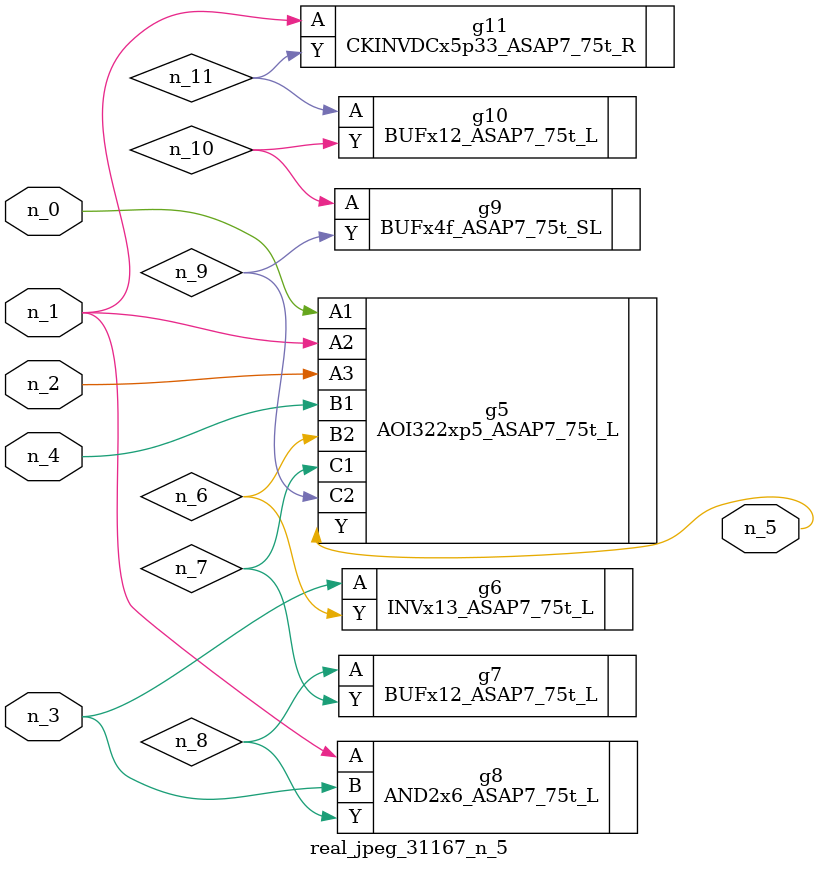
<source format=v>
module real_jpeg_31167_n_5 (n_4, n_0, n_1, n_2, n_3, n_5);

input n_4;
input n_0;
input n_1;
input n_2;
input n_3;

output n_5;

wire n_8;
wire n_11;
wire n_6;
wire n_7;
wire n_10;
wire n_9;

AOI322xp5_ASAP7_75t_L g5 ( 
.A1(n_0),
.A2(n_1),
.A3(n_2),
.B1(n_4),
.B2(n_6),
.C1(n_7),
.C2(n_9),
.Y(n_5)
);

AND2x6_ASAP7_75t_L g8 ( 
.A(n_1),
.B(n_3),
.Y(n_8)
);

CKINVDCx5p33_ASAP7_75t_R g11 ( 
.A(n_1),
.Y(n_11)
);

INVx13_ASAP7_75t_L g6 ( 
.A(n_3),
.Y(n_6)
);

BUFx12_ASAP7_75t_L g7 ( 
.A(n_8),
.Y(n_7)
);

BUFx4f_ASAP7_75t_SL g9 ( 
.A(n_10),
.Y(n_9)
);

BUFx12_ASAP7_75t_L g10 ( 
.A(n_11),
.Y(n_10)
);


endmodule
</source>
